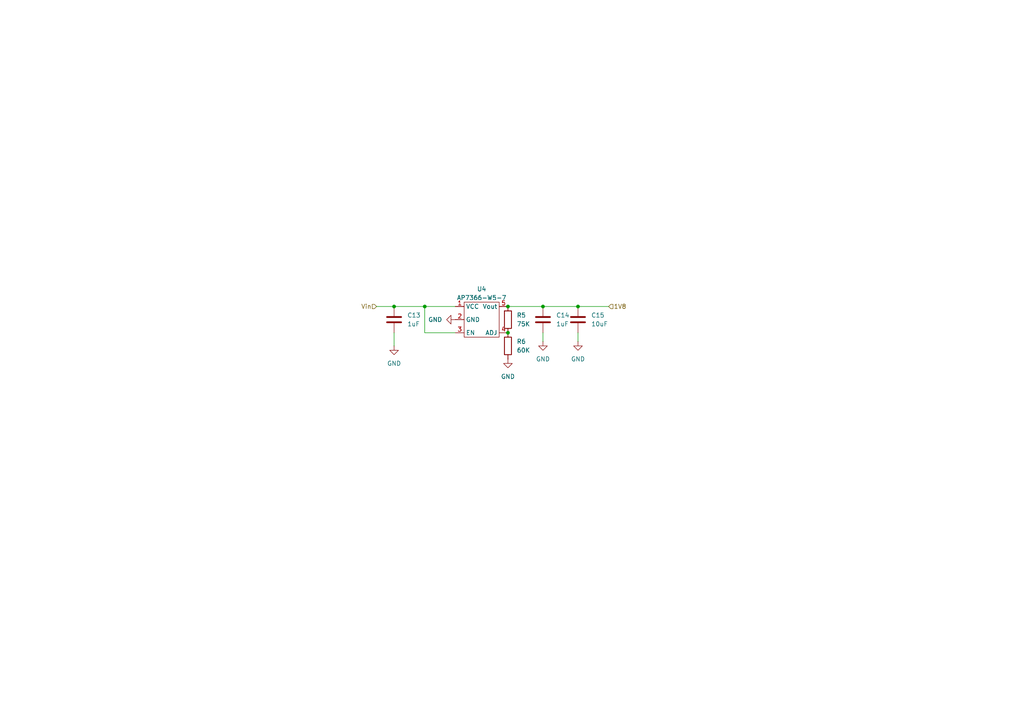
<source format=kicad_sch>
(kicad_sch (version 20231120) (generator "eeschema") (generator_version "8.0")
  (paper "A4")
  (lib_symbols
    (symbol "AP7366_SOT_25:AP7366_SOT25"
      (property "Reference" "U" (at 0 5.334 0))
      (symbol "AP7366_SOT25_0_1"
        (rectangle (start -5.08 3.81) (end 5.08 -6.35))
      )
      (symbol "AP7366_SOT25_1_1"
        (pin power_in line (at -7.62 2.54 0) (length 2.54) (name "VCC") (number "1"))
        (pin power_in line (at -7.62 -1.27 0) (length 2.54) (name "GND") (number "2"))
        (pin input line (at -7.62 -5.08 0) (length 2.54) (name "EN") (number "3"))
        (pin power_in line (at 7.62 -5.08 180) (length 2.54) (name "ADJ") (number "4"))
        (pin power_in line (at 7.62 2.54 180) (length 2.54) (name "Vout") (number "5"))
      )
    )
    (symbol "Device:C" (pin_numbers hide) (pin_names (offset 0.254))
      (property "Reference" "C" (at 0.635 2.54 0))
      (property "Value" "C" (at 0.635 -2.54 0))
      (symbol "C_0_1"
        (polyline (pts (xy -2.032 -0.762) (xy 2.032 -0.762)) (stroke (width 0.508)))
        (polyline (pts (xy -2.032 0.762) (xy 2.032 0.762)) (stroke (width 0.508)))
      )
      (symbol "C_1_1"
        (pin passive line (at 0 3.81 270) (length 2.794) (name "~") (number "1"))
        (pin passive line (at 0 -3.81 90) (length 2.794) (name "~") (number "2"))
      )
    )
    (symbol "Device:R" (pin_numbers hide) (pin_names (offset 0))
      (property "Reference" "R" (at 2.032 0 90))
      (property "Value" "R" (at 0 0 90))
      (symbol "R_0_1"
        (rectangle (start -1.016 -2.54) (end 1.016 2.54) (stroke (width 0.254)))
      )
      (symbol "R_1_1"
        (pin passive line (at 0 3.81 270) (length 1.27) (name "~") (number "1"))
        (pin passive line (at 0 -3.81 90) (length 1.27) (name "~") (number "2"))
      )
    )
    (symbol "power:GND" (power) (pin_numbers hide) (pin_names (offset 0) hide)
      (property "Value" "GND" (at 0 -3.81 0))
      (symbol "GND_0_1"
        (polyline (pts (xy 0 0) (xy 0 -1.27) (xy 1.27 -1.27) (xy 0 -2.54) (xy -1.27 -1.27) (xy 0 -1.27)))
      )
      (symbol "GND_1_1"
        (pin power_in line (at 0 0 270) (length 0) (name "~") (number "1"))
      )
    )
  )
  (junction (at 123.19 88.9))
  (junction (at 167.64 88.9))
  (junction (at 147.32 96.52))
  (junction (at 147.32 88.9))
  (junction (at 114.3 88.9))
  (junction (at 157.48 88.9))
  (wire (pts (xy 167.64 88.9) (xy 157.48 88.9)))
  (wire (pts (xy 132.08 96.52) (xy 123.19 96.52)))
  (wire (pts (xy 114.3 96.52) (xy 114.3 100.33)))
  (wire (pts (xy 123.19 88.9) (xy 132.08 88.9)))
  (wire (pts (xy 147.32 88.9) (xy 157.48 88.9)))
  (wire (pts (xy 109.22 88.9) (xy 114.3 88.9)))
  (wire (pts (xy 114.3 88.9) (xy 123.19 88.9)))
  (wire (pts (xy 157.48 96.52) (xy 157.48 99.06)))
  (wire (pts (xy 123.19 96.52) (xy 123.19 88.9)))
  (wire (pts (xy 167.64 88.9) (xy 176.53 88.9)))
  (wire (pts (xy 167.64 96.52) (xy 167.64 99.06)))
  (hierarchical_label "Vin" (shape input) (at 109.22 88.9 180))
  (hierarchical_label "1V8" (shape input) (at 176.53 88.9 0))
  (symbol (lib_id "power:GND") (at 114.3 100.33 0) (unit 1)
    (property "Reference" "#PWR032" (effects (hide yes)))
    (property "Value" "GND" (at 114.3 105.41 0))
    (property "Description" "Power symbol creates a global label with name \"GND\" , ground" (effects (hide yes)))
  )
  (symbol (lib_id "Device:C") (at 157.48 92.71 0) (unit 1)
    (property "Reference" "C14" (at 161.29 91.4399 0) (effects (justify left)))
    (property "Value" "1uF" (at 161.29 93.9799 0) (effects (justify left)))
    (property "Footprint" "Resistor_SMD:R_0603_1608Metric" (effects (hide yes)))
    (property "Description" "Unpolarized capacitor" (effects (hide yes)))
  )
  (symbol (lib_id "Device:C") (at 167.64 92.71 0) (unit 1)
    (property "Reference" "C15" (at 171.45 91.4399 0) (effects (justify left)))
    (property "Value" "10uF" (at 171.45 93.9799 0) (effects (justify left)))
    (property "Footprint" "Capacitor_SMD:C_0603_1608Metric" (effects (hide yes)))
    (property "Description" "Unpolarized capacitor" (effects (hide yes)))
  )
  (symbol (lib_id "power:GND") (at 132.08 92.71 270) (unit 1)
    (property "Reference" "#PWR033" (effects (hide yes)))
    (property "Value" "GND" (at 128.27 92.7099 90) (effects (justify right)))
    (property "Description" "Power symbol creates a global label with name \"GND\" , ground" (effects (hide yes)))
  )
  (symbol (lib_id "AP7366_SOT_25:AP7366_SOT25") (at 139.7 91.44 0) (unit 1)
    (property "Reference" "U4" (at 139.7 83.82 0))
    (property "Value" "AP7366-W5-7" (at 139.7 86.36 0))
    (property "Footprint" "AP7366-SOT25:AP7366" (effects (hide yes)))
  )
  (symbol (lib_id "power:GND") (at 147.32 104.14 0) (unit 1)
    (property "Reference" "#PWR034" (effects (hide yes)))
    (property "Value" "GND" (at 147.32 109.22 0))
    (property "Description" "Power symbol creates a global label with name \"GND\" , ground" (effects (hide yes)))
  )
  (symbol (lib_id "power:GND") (at 167.64 99.06 0) (unit 1)
    (property "Reference" "#PWR036" (effects (hide yes)))
    (property "Value" "GND" (at 167.64 104.14 0))
    (property "Description" "Power symbol creates a global label with name \"GND\" , ground" (effects (hide yes)))
  )
  (symbol (lib_id "Device:R") (at 147.32 100.33 0) (unit 1)
    (property "Reference" "R6" (at 149.86 99.0599 0) (effects (justify left)))
    (property "Value" "60K" (at 149.86 101.5999 0) (effects (justify left)))
    (property "Footprint" "Resistor_SMD:R_0603_1608Metric" (effects (hide yes)))
    (property "Description" "Resistor" (effects (hide yes)))
  )
  (symbol (lib_id "power:GND") (at 157.48 99.06 0) (unit 1)
    (property "Reference" "#PWR035" (effects (hide yes)))
    (property "Value" "GND" (at 157.48 104.14 0))
    (property "Description" "Power symbol creates a global label with name \"GND\" , ground" (effects (hide yes)))
  )
  (symbol (lib_id "Device:R") (at 147.32 92.71 0) (unit 1)
    (property "Reference" "R5" (at 149.86 91.4399 0) (effects (justify left)))
    (property "Value" "75K" (at 149.86 93.9799 0) (effects (justify left)))
    (property "Footprint" "Resistor_SMD:R_0603_1608Metric" (effects (hide yes)))
    (property "Description" "Resistor" (effects (hide yes)))
  )
  (symbol (lib_id "Device:C") (at 114.3 92.71 0) (unit 1)
    (property "Reference" "C13" (at 118.11 91.4399 0) (effects (justify left)))
    (property "Value" "1uF" (at 118.11 93.9799 0) (effects (justify left)))
    (property "Footprint" "Resistor_SMD:R_0603_1608Metric" (effects (hide yes)))
    (property "Description" "Unpolarized capacitor" (effects (hide yes)))
  )
)
</source>
